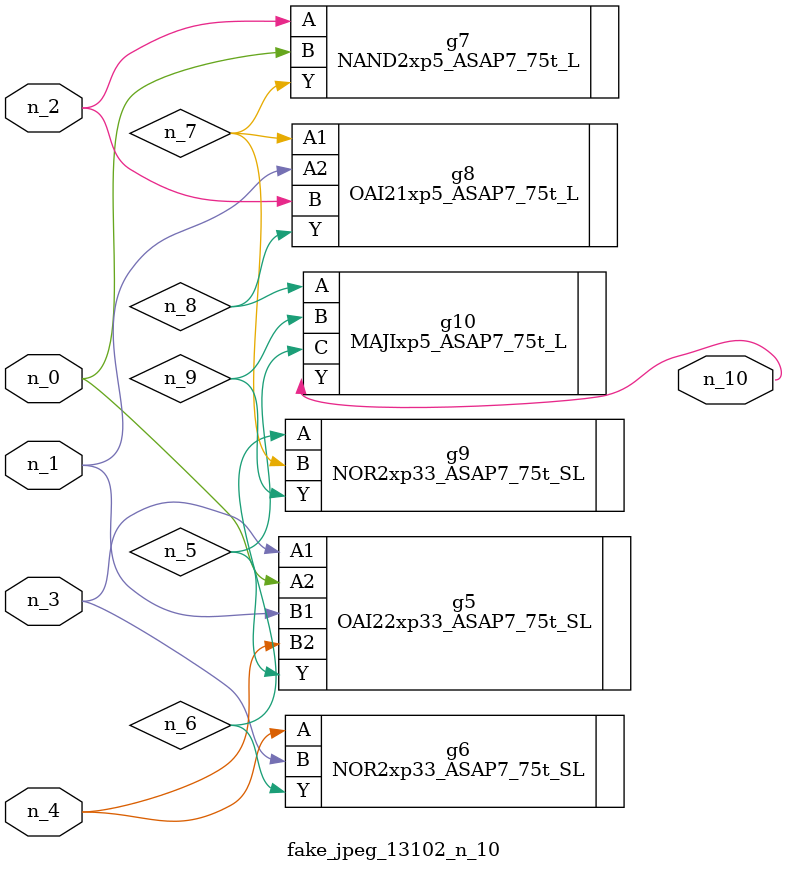
<source format=v>
module fake_jpeg_13102_n_10 (n_3, n_2, n_1, n_0, n_4, n_10);

input n_3;
input n_2;
input n_1;
input n_0;
input n_4;

output n_10;

wire n_8;
wire n_9;
wire n_6;
wire n_5;
wire n_7;

OAI22xp33_ASAP7_75t_SL g5 ( 
.A1(n_3),
.A2(n_0),
.B1(n_1),
.B2(n_4),
.Y(n_5)
);

NOR2xp33_ASAP7_75t_SL g6 ( 
.A(n_4),
.B(n_3),
.Y(n_6)
);

NAND2xp5_ASAP7_75t_L g7 ( 
.A(n_2),
.B(n_0),
.Y(n_7)
);

OAI21xp5_ASAP7_75t_L g8 ( 
.A1(n_7),
.A2(n_1),
.B(n_2),
.Y(n_8)
);

MAJIxp5_ASAP7_75t_L g10 ( 
.A(n_8),
.B(n_9),
.C(n_5),
.Y(n_10)
);

NOR2xp33_ASAP7_75t_SL g9 ( 
.A(n_6),
.B(n_7),
.Y(n_9)
);


endmodule
</source>
